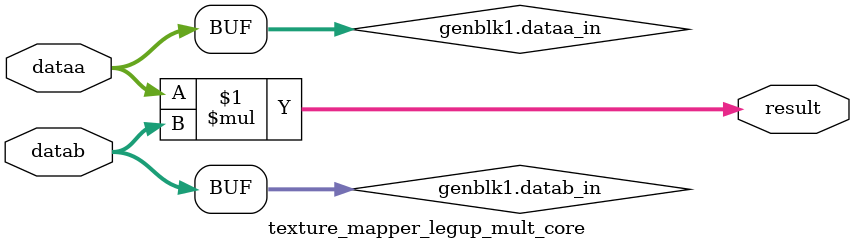
<source format=v>
`timescale 1ns / 1ns
module texture_mapper_legup_mult_core(
    dataa,
    datab,
    result  
);

parameter widtha = 32;
parameter widthb = 32;
parameter widthp = 64;
parameter representation = "UNSIGNED";

input [widtha-1:0] dataa;
input [widthb-1:0] datab;
output [widthp-1:0] result;

generate
if (representation == "UNSIGNED")
begin

    wire [widtha-1:0] dataa_in = dataa;
    wire [widthb-1:0] datab_in = datab;
    assign result = dataa_in * datab_in;

end else begin

    wire signed [widtha-1:0] dataa_in = dataa;
    wire signed [widthb-1:0] datab_in = datab;
    assign result = dataa_in * datab_in;

end
endgenerate

endmodule

</source>
